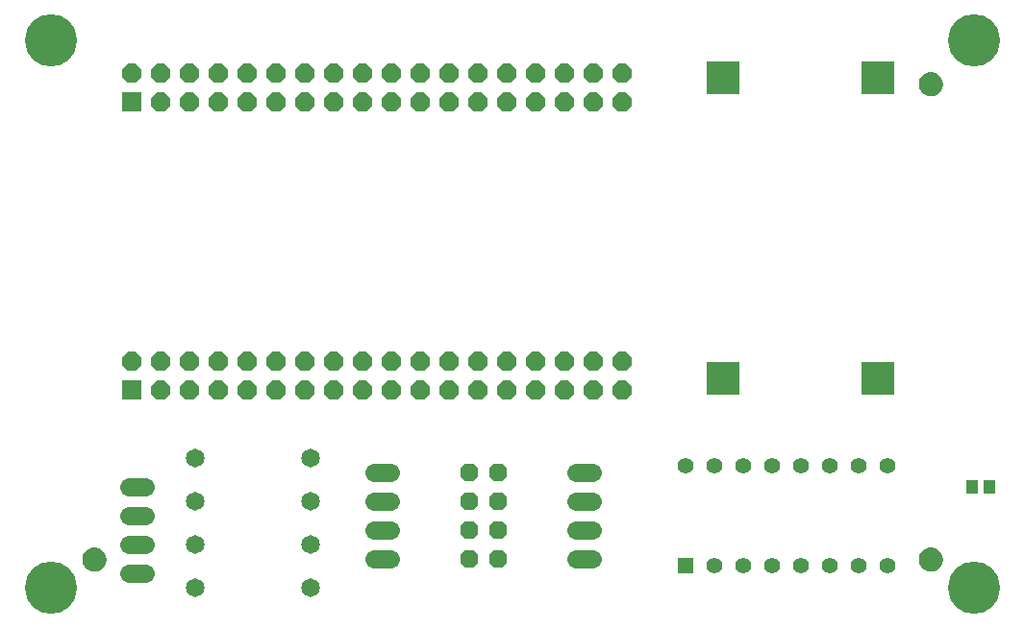
<source format=gbr>
G04 EAGLE Gerber RS-274X export*
G75*
%MOIN*%
%FSLAX34Y34*%
%LPD*%
%INSoldermask Top*%
%IPPOS*%
%AMOC8*
5,1,8,0,0,1.08239X$1,22.5*%
G01*
%ADD10R,0.116236X0.116236*%
%ADD11R,0.066000X0.066000*%
%ADD12P,0.071438X8X22.500000*%
%ADD13R,0.055606X0.055606*%
%ADD14C,0.055606*%
%ADD15C,0.062000*%
%ADD16P,0.067108X8X112.500000*%
%ADD17C,0.065055*%
%ADD18C,0.181000*%
%ADD19C,0.024000*%
%ADD20C,0.046000*%
%ADD21R,0.043400X0.046600*%


D10*
X24819Y19213D03*
X30181Y19213D03*
X30181Y8787D03*
X24819Y8787D03*
D11*
X4327Y8390D03*
D12*
X4327Y9390D03*
X5327Y8390D03*
X5327Y9390D03*
X6327Y8390D03*
X6327Y9390D03*
X7327Y8390D03*
X7327Y9390D03*
X8327Y8390D03*
X8327Y9390D03*
X9327Y8390D03*
X9327Y9390D03*
X10327Y8390D03*
X10327Y9390D03*
X11327Y8390D03*
X11327Y9390D03*
X12327Y8390D03*
X12327Y9390D03*
X13327Y8390D03*
X13327Y9390D03*
X14327Y8390D03*
X14327Y9390D03*
X15327Y8390D03*
X15327Y9390D03*
X16327Y8390D03*
X16327Y9390D03*
X17327Y8390D03*
X17327Y9390D03*
X18327Y8390D03*
X18327Y9390D03*
X19327Y8390D03*
X19327Y9390D03*
X20327Y8390D03*
X20327Y9390D03*
X21327Y8390D03*
X21327Y9390D03*
D11*
X4327Y18390D03*
D12*
X4327Y19390D03*
X5327Y18390D03*
X5327Y19390D03*
X6327Y18390D03*
X6327Y19390D03*
X7327Y18390D03*
X7327Y19390D03*
X8327Y18390D03*
X8327Y19390D03*
X9327Y18390D03*
X9327Y19390D03*
X10327Y18390D03*
X10327Y19390D03*
X11327Y18390D03*
X11327Y19390D03*
X12327Y18390D03*
X12327Y19390D03*
X13327Y18390D03*
X13327Y19390D03*
X14327Y18390D03*
X14327Y19390D03*
X15327Y18390D03*
X15327Y19390D03*
X16327Y18390D03*
X16327Y19390D03*
X17327Y18390D03*
X17327Y19390D03*
X18327Y18390D03*
X18327Y19390D03*
X19327Y18390D03*
X19327Y19390D03*
X20327Y18390D03*
X20327Y19390D03*
X21327Y18390D03*
X21327Y19390D03*
D13*
X23500Y2268D03*
D14*
X24500Y2268D03*
X25500Y2268D03*
X26500Y2268D03*
X27500Y2268D03*
X28500Y2268D03*
X29500Y2268D03*
X30500Y2268D03*
X30500Y5732D03*
X29500Y5732D03*
X28500Y5732D03*
X27500Y5732D03*
X26500Y5732D03*
X25500Y5732D03*
X24500Y5732D03*
X23500Y5732D03*
D15*
X20280Y2500D02*
X19720Y2500D01*
X19720Y3500D02*
X20280Y3500D01*
X20280Y4500D02*
X19720Y4500D01*
X19720Y5500D02*
X20280Y5500D01*
D16*
X17000Y2500D03*
X16000Y2500D03*
X17000Y3500D03*
X16000Y3500D03*
X17000Y4500D03*
X16000Y4500D03*
X17000Y5500D03*
X16000Y5500D03*
D15*
X13280Y2500D02*
X12720Y2500D01*
X12720Y3500D02*
X13280Y3500D01*
X13280Y4500D02*
X12720Y4500D01*
X12720Y5500D02*
X13280Y5500D01*
X4780Y2000D02*
X4220Y2000D01*
X4220Y3000D02*
X4780Y3000D01*
X4780Y4000D02*
X4220Y4000D01*
X4220Y5000D02*
X4780Y5000D01*
D17*
X10500Y6000D03*
X6500Y6000D03*
X10500Y1500D03*
X6500Y1500D03*
X10500Y3000D03*
X6500Y3000D03*
X10500Y4500D03*
X6500Y4500D03*
D18*
X1500Y1500D03*
X1500Y20500D03*
X33500Y20500D03*
X33500Y1500D03*
D19*
X2700Y2500D02*
X2702Y2534D01*
X2708Y2568D01*
X2717Y2601D01*
X2731Y2632D01*
X2748Y2662D01*
X2768Y2690D01*
X2791Y2715D01*
X2817Y2738D01*
X2845Y2757D01*
X2875Y2773D01*
X2907Y2785D01*
X2940Y2794D01*
X2974Y2799D01*
X3009Y2800D01*
X3043Y2797D01*
X3076Y2790D01*
X3109Y2780D01*
X3140Y2765D01*
X3169Y2748D01*
X3196Y2727D01*
X3221Y2703D01*
X3243Y2676D01*
X3261Y2648D01*
X3276Y2617D01*
X3288Y2585D01*
X3296Y2551D01*
X3300Y2517D01*
X3300Y2483D01*
X3296Y2449D01*
X3288Y2415D01*
X3276Y2383D01*
X3261Y2352D01*
X3243Y2324D01*
X3221Y2297D01*
X3196Y2273D01*
X3169Y2252D01*
X3140Y2235D01*
X3109Y2220D01*
X3076Y2210D01*
X3043Y2203D01*
X3009Y2200D01*
X2974Y2201D01*
X2940Y2206D01*
X2907Y2215D01*
X2875Y2227D01*
X2845Y2243D01*
X2817Y2262D01*
X2791Y2285D01*
X2768Y2310D01*
X2748Y2338D01*
X2731Y2368D01*
X2717Y2399D01*
X2708Y2432D01*
X2702Y2466D01*
X2700Y2500D01*
D20*
X3000Y2500D03*
D19*
X31700Y2500D02*
X31702Y2534D01*
X31708Y2568D01*
X31717Y2601D01*
X31731Y2632D01*
X31748Y2662D01*
X31768Y2690D01*
X31791Y2715D01*
X31817Y2738D01*
X31845Y2757D01*
X31875Y2773D01*
X31907Y2785D01*
X31940Y2794D01*
X31974Y2799D01*
X32009Y2800D01*
X32043Y2797D01*
X32076Y2790D01*
X32109Y2780D01*
X32140Y2765D01*
X32169Y2748D01*
X32196Y2727D01*
X32221Y2703D01*
X32243Y2676D01*
X32261Y2648D01*
X32276Y2617D01*
X32288Y2585D01*
X32296Y2551D01*
X32300Y2517D01*
X32300Y2483D01*
X32296Y2449D01*
X32288Y2415D01*
X32276Y2383D01*
X32261Y2352D01*
X32243Y2324D01*
X32221Y2297D01*
X32196Y2273D01*
X32169Y2252D01*
X32140Y2235D01*
X32109Y2220D01*
X32076Y2210D01*
X32043Y2203D01*
X32009Y2200D01*
X31974Y2201D01*
X31940Y2206D01*
X31907Y2215D01*
X31875Y2227D01*
X31845Y2243D01*
X31817Y2262D01*
X31791Y2285D01*
X31768Y2310D01*
X31748Y2338D01*
X31731Y2368D01*
X31717Y2399D01*
X31708Y2432D01*
X31702Y2466D01*
X31700Y2500D01*
D20*
X32000Y2500D03*
D19*
X31700Y19000D02*
X31702Y19034D01*
X31708Y19068D01*
X31717Y19101D01*
X31731Y19132D01*
X31748Y19162D01*
X31768Y19190D01*
X31791Y19215D01*
X31817Y19238D01*
X31845Y19257D01*
X31875Y19273D01*
X31907Y19285D01*
X31940Y19294D01*
X31974Y19299D01*
X32009Y19300D01*
X32043Y19297D01*
X32076Y19290D01*
X32109Y19280D01*
X32140Y19265D01*
X32169Y19248D01*
X32196Y19227D01*
X32221Y19203D01*
X32243Y19176D01*
X32261Y19148D01*
X32276Y19117D01*
X32288Y19085D01*
X32296Y19051D01*
X32300Y19017D01*
X32300Y18983D01*
X32296Y18949D01*
X32288Y18915D01*
X32276Y18883D01*
X32261Y18852D01*
X32243Y18824D01*
X32221Y18797D01*
X32196Y18773D01*
X32169Y18752D01*
X32140Y18735D01*
X32109Y18720D01*
X32076Y18710D01*
X32043Y18703D01*
X32009Y18700D01*
X31974Y18701D01*
X31940Y18706D01*
X31907Y18715D01*
X31875Y18727D01*
X31845Y18743D01*
X31817Y18762D01*
X31791Y18785D01*
X31768Y18810D01*
X31748Y18838D01*
X31731Y18868D01*
X31717Y18899D01*
X31708Y18932D01*
X31702Y18966D01*
X31700Y19000D01*
D20*
X32000Y19000D03*
D21*
X33435Y5000D03*
X34065Y5000D03*
M02*

</source>
